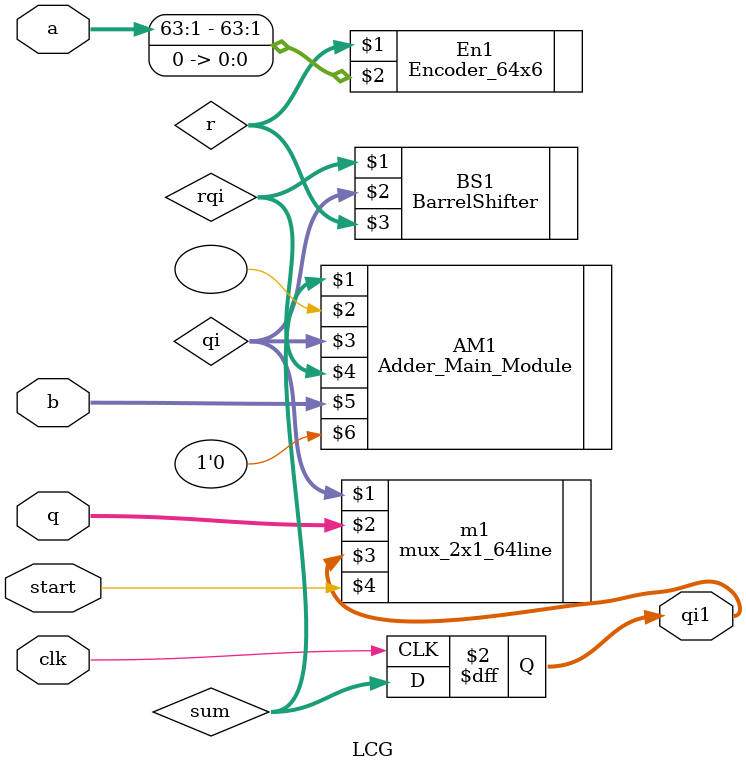
<source format=v>
`timescale 1ns / 1ps

module LCG(qi1, q, a, b, start, clk);
output reg [63:0] qi1;
input [63:0] q, a, b;
input start, clk;

wire [5:0] r;
wire [63:0] qi, rqi, sum;

mux_2x1_64line m1(qi, q, qi1, start);
Encoder_64x6 En1(r, {a[63:1], 1'b0});
BarrelShifter BS1(rqi, qi, r);
//Three_Operand_Binary_Adder adder1(sum, , qi, rqi, b, 1'b0);
//Ultra_Fast_Adder UA1(sum, , qi, rqi, b, 1'b0);
Adder_Main_Module AM1(sum, , qi, rqi, b, 1'b0);
always @(posedge clk)
qi1 = sum;

endmodule


</source>
